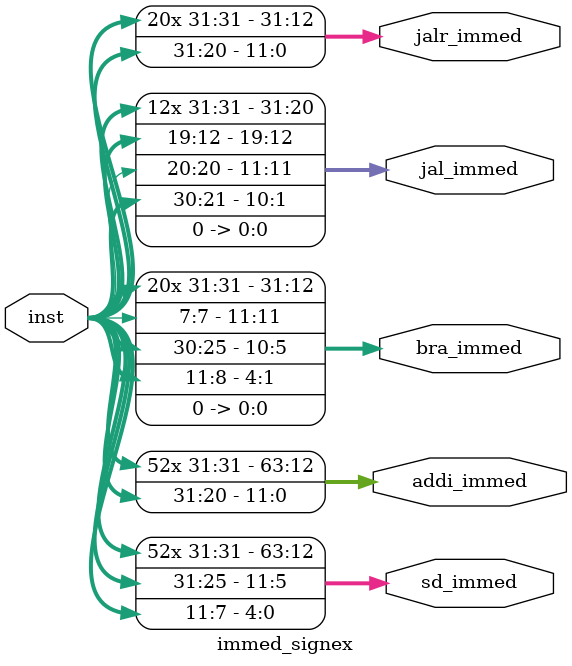
<source format=v>
`timescale 1ns / 1ps


//----ALUOp----
`define AddALU     3'b000
`define SubALU     3'b001
`define AndALU     3'b010
`define OrALU      3'b011
`define XorALU     3'b100
`define SLTALU     3'b101
`define AddiALU    3'b110 //Add vs ADDI**






//----Load from mem----
`define LD              3'b011
`define LW              3'b010
`define LWU             3'b110
`define LH              3'b001
`define LHU             3'b101
//----Store to mem----
`define SD              3'b011
`define SW              3'b010
`define SH              3'b001




//----Funct3----
//||Arithmetic||
`define Addf3             3'b000
`define Andf3             3'b111
`define Orf3              3'b110
`define Xorf3             3'b100
`define SLTf3             3'b010

//||Conditional Jump||
`define BNEf3             3'b001


//----Funct7----
//||Arithmetic||
`define Subf7            7'b0100000



//----Opcode----
`define ARITHopcode           7'b0110011
`define ADDIopcode            7'b0010011 
`define COND_BRAopcode        7'b1100011
`define JALopcode             7'b1101111
`define JALRopcode            7'b1100111
`define LOADopcode            7'b0000011
`define STOREopcode           7'b0100011

module immed_signex(
    inst, 
    sd_immed, addi_immed,
    bra_immed, jal_immed, jalr_immed 
    

    );
    
    input [31:0] inst;

    output [63:0] sd_immed, addi_immed;
    output [31:0] bra_immed, jal_immed, jalr_immed;
    
    
    assign sd_immed = {{52{inst[31]}},inst[31:25],inst[11:7]};

    assign addi_immed = {{52{inst[31]}},inst[31:20]};

    assign bra_immed = {{20{inst[31]}},inst[7],inst[30:25],inst[11:8],1'b0};

    assign jal_immed = {{12{inst[31]}},{inst[31],inst[19:12],inst[20],inst[30:21],1'b0}};

    assign jalr_immed = {{20{inst[31]}},{inst[31:20]}}; 
    
    
endmodule
</source>
